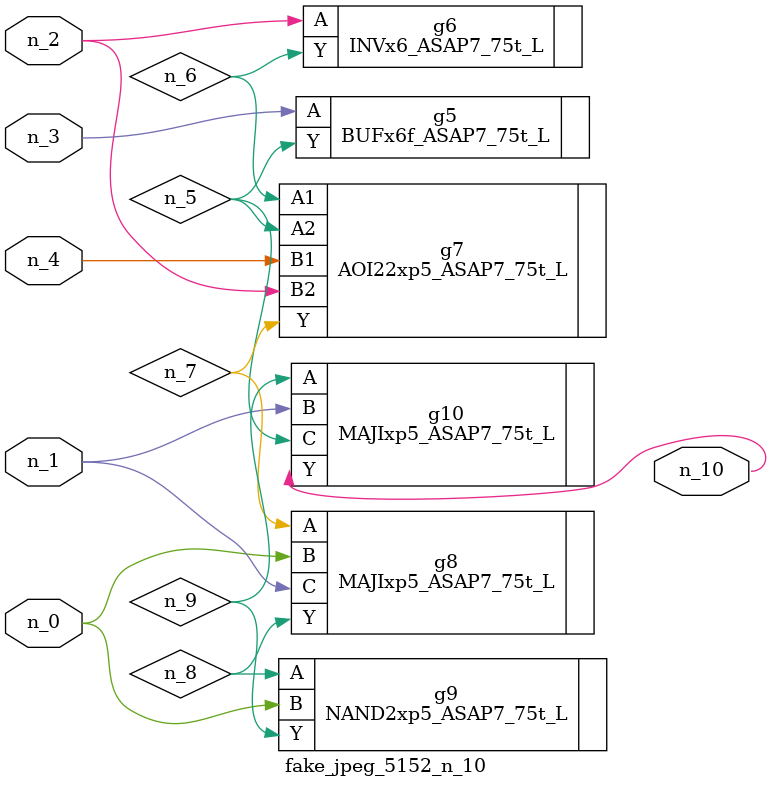
<source format=v>
module fake_jpeg_5152_n_10 (n_3, n_2, n_1, n_0, n_4, n_10);

input n_3;
input n_2;
input n_1;
input n_0;
input n_4;

output n_10;

wire n_8;
wire n_9;
wire n_6;
wire n_5;
wire n_7;

BUFx6f_ASAP7_75t_L g5 ( 
.A(n_3),
.Y(n_5)
);

INVx6_ASAP7_75t_L g6 ( 
.A(n_2),
.Y(n_6)
);

AOI22xp5_ASAP7_75t_L g7 ( 
.A1(n_6),
.A2(n_5),
.B1(n_4),
.B2(n_2),
.Y(n_7)
);

MAJIxp5_ASAP7_75t_L g8 ( 
.A(n_7),
.B(n_0),
.C(n_1),
.Y(n_8)
);

NAND2xp5_ASAP7_75t_L g9 ( 
.A(n_8),
.B(n_0),
.Y(n_9)
);

MAJIxp5_ASAP7_75t_L g10 ( 
.A(n_9),
.B(n_1),
.C(n_5),
.Y(n_10)
);


endmodule
</source>
